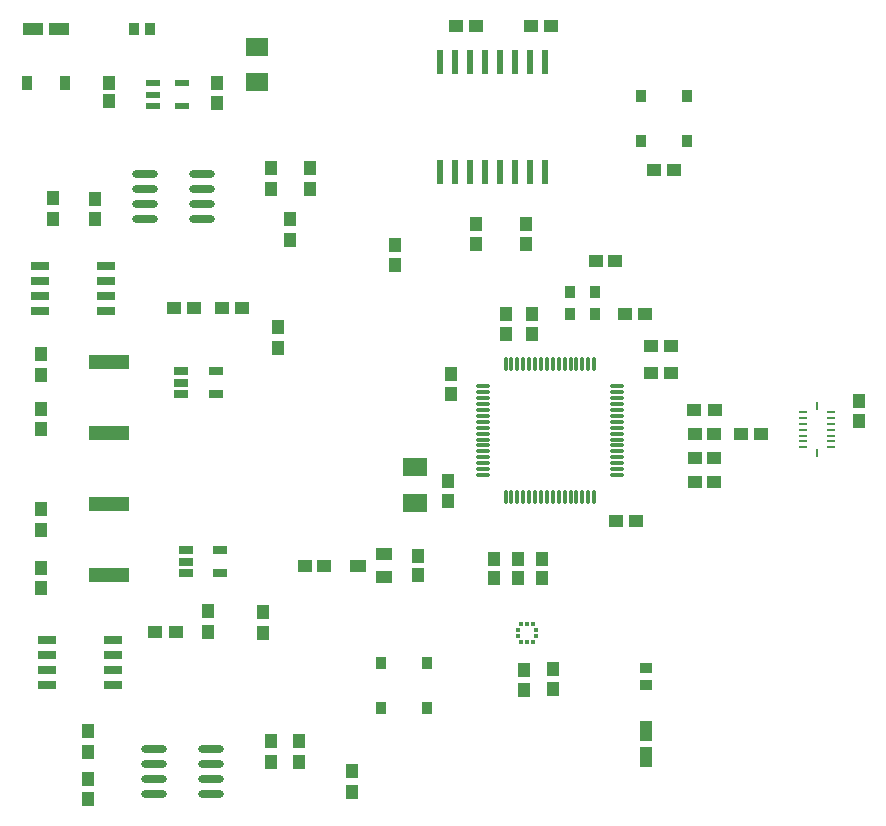
<source format=gtp>
G04*
G04 #@! TF.GenerationSoftware,Altium Limited,Altium Designer,19.0.14 (431)*
G04*
G04 Layer_Color=8421504*
%FSLAX25Y25*%
%MOIN*%
G70*
G01*
G75*
%ADD19R,0.04724X0.04134*%
%ADD20R,0.03543X0.03937*%
%ADD21R,0.05512X0.03937*%
%ADD22R,0.03937X0.04528*%
%ADD23R,0.04528X0.03937*%
%ADD24R,0.03543X0.04134*%
%ADD25R,0.06693X0.04134*%
%ADD26R,0.04134X0.04724*%
%ADD27R,0.05906X0.02756*%
%ADD28R,0.13189X0.04921*%
%ADD29O,0.08661X0.02362*%
%ADD30R,0.04724X0.02559*%
%ADD31R,0.07874X0.06102*%
%ADD32R,0.02284X0.08032*%
%ADD33R,0.01181X0.01378*%
%ADD34R,0.01378X0.01181*%
%ADD35R,0.03051X0.00984*%
%ADD36R,0.00984X0.03051*%
%ADD37R,0.04764X0.02323*%
%ADD38O,0.05118X0.01181*%
%ADD39O,0.01181X0.05118*%
%ADD40R,0.04134X0.03543*%
%ADD41R,0.04134X0.06693*%
%ADD42R,0.03602X0.04803*%
%ADD43R,0.07480X0.06102*%
D19*
X285653Y188500D02*
D03*
X292347D02*
D03*
X260846Y284500D02*
D03*
X254153D02*
D03*
X324153Y148500D02*
D03*
X330847D02*
D03*
X300946Y177700D02*
D03*
X294253D02*
D03*
X300946Y168700D02*
D03*
X294253D02*
D03*
X289347Y119500D02*
D03*
X282653D02*
D03*
X301847Y236500D02*
D03*
X295153D02*
D03*
D20*
X275634Y188260D02*
D03*
X267366D02*
D03*
Y195740D02*
D03*
X275634D02*
D03*
X306177Y261079D02*
D03*
Y245921D02*
D03*
X290823D02*
D03*
Y261079D02*
D03*
X219677Y56921D02*
D03*
Y72079D02*
D03*
X204323D02*
D03*
Y56921D02*
D03*
D21*
X196669Y104500D02*
D03*
X205331Y108240D02*
D03*
Y100760D02*
D03*
D22*
X165000Y82055D02*
D03*
Y88945D02*
D03*
X236000Y211752D02*
D03*
Y218248D02*
D03*
X177000Y45945D02*
D03*
Y39055D02*
D03*
X216500Y101252D02*
D03*
Y107748D02*
D03*
X194500Y29055D02*
D03*
Y35945D02*
D03*
X106500Y42555D02*
D03*
Y49445D02*
D03*
X146406Y89315D02*
D03*
Y82425D02*
D03*
X91000Y123445D02*
D03*
Y116555D02*
D03*
X90906Y103815D02*
D03*
Y96925D02*
D03*
X167500Y39055D02*
D03*
Y45945D02*
D03*
Y230055D02*
D03*
Y236945D02*
D03*
X180500Y230055D02*
D03*
Y236945D02*
D03*
X170000Y177055D02*
D03*
Y183945D02*
D03*
X209000Y204752D02*
D03*
Y211248D02*
D03*
X250000Y100252D02*
D03*
Y106748D02*
D03*
X258000Y100252D02*
D03*
Y106748D02*
D03*
X242000Y100252D02*
D03*
Y106748D02*
D03*
X252500Y211752D02*
D03*
Y218248D02*
D03*
X91000Y168055D02*
D03*
Y174945D02*
D03*
X95000Y226945D02*
D03*
Y220055D02*
D03*
X91000Y150000D02*
D03*
Y156890D02*
D03*
X174000Y219945D02*
D03*
Y213055D02*
D03*
D23*
X135850Y82370D02*
D03*
X128961D02*
D03*
X275752Y206000D02*
D03*
X282248D02*
D03*
X308752Y140500D02*
D03*
X315248D02*
D03*
X185248Y104500D02*
D03*
X178752D02*
D03*
X235945Y284500D02*
D03*
X229055D02*
D03*
X308752Y148500D02*
D03*
X315248D02*
D03*
X308752Y132500D02*
D03*
X315248D02*
D03*
X315445Y156500D02*
D03*
X308555D02*
D03*
X141945Y190500D02*
D03*
X135055D02*
D03*
X157945Y190500D02*
D03*
X151055D02*
D03*
D24*
X127256Y283500D02*
D03*
X121744D02*
D03*
D25*
X88071D02*
D03*
X96929D02*
D03*
D26*
X106500Y33347D02*
D03*
Y26654D02*
D03*
X252000Y63153D02*
D03*
Y69846D02*
D03*
X261500Y63307D02*
D03*
Y70000D02*
D03*
X363500Y159346D02*
D03*
Y152654D02*
D03*
X246000Y181653D02*
D03*
Y188347D02*
D03*
X254500Y181653D02*
D03*
Y188347D02*
D03*
X227500Y168347D02*
D03*
Y161653D02*
D03*
X226500Y126154D02*
D03*
Y132846D02*
D03*
X113500Y259298D02*
D03*
Y265347D02*
D03*
X149500Y265346D02*
D03*
Y258654D02*
D03*
X109000Y226847D02*
D03*
Y220153D02*
D03*
D27*
X92980Y79870D02*
D03*
Y74870D02*
D03*
Y69870D02*
D03*
Y64870D02*
D03*
X114831D02*
D03*
Y69870D02*
D03*
Y74870D02*
D03*
Y79870D02*
D03*
X90575Y204500D02*
D03*
Y199500D02*
D03*
Y194500D02*
D03*
Y189500D02*
D03*
X112425D02*
D03*
Y194500D02*
D03*
Y199500D02*
D03*
Y204500D02*
D03*
D28*
X113500Y101378D02*
D03*
Y125000D02*
D03*
X113500Y172311D02*
D03*
Y148689D02*
D03*
D29*
X147449Y28500D02*
D03*
Y33500D02*
D03*
Y38500D02*
D03*
Y43500D02*
D03*
X128551Y28500D02*
D03*
Y33500D02*
D03*
Y38500D02*
D03*
Y43500D02*
D03*
X125551Y235000D02*
D03*
Y230000D02*
D03*
Y225000D02*
D03*
Y220000D02*
D03*
X144449Y235000D02*
D03*
Y230000D02*
D03*
Y225000D02*
D03*
Y220000D02*
D03*
D30*
X139098Y109610D02*
D03*
Y105870D02*
D03*
Y102130D02*
D03*
X150713D02*
D03*
Y109610D02*
D03*
X137693Y169240D02*
D03*
Y165500D02*
D03*
Y161760D02*
D03*
X149307D02*
D03*
Y169240D02*
D03*
D31*
X215500Y125496D02*
D03*
Y137504D02*
D03*
D32*
X259000Y235846D02*
D03*
X254000D02*
D03*
X249000D02*
D03*
X244000D02*
D03*
X239000D02*
D03*
X234000D02*
D03*
X229000D02*
D03*
X224000D02*
D03*
Y272500D02*
D03*
X229000D02*
D03*
X234000D02*
D03*
X239000D02*
D03*
X244000D02*
D03*
X249000D02*
D03*
X254000D02*
D03*
X259000D02*
D03*
D33*
X254969Y78988D02*
D03*
X253000D02*
D03*
X251031D02*
D03*
Y85012D02*
D03*
X253000D02*
D03*
X254969D02*
D03*
D34*
X249988Y81016D02*
D03*
Y82984D02*
D03*
X256012D02*
D03*
Y81016D02*
D03*
D35*
X354321Y143940D02*
D03*
Y145909D02*
D03*
Y147877D02*
D03*
Y149846D02*
D03*
Y151814D02*
D03*
Y153783D02*
D03*
X344754Y143940D02*
D03*
Y145909D02*
D03*
Y147877D02*
D03*
Y149846D02*
D03*
Y151814D02*
D03*
Y153783D02*
D03*
X354321Y155751D02*
D03*
X344754D02*
D03*
D36*
X349538Y142110D02*
D03*
Y157582D02*
D03*
D37*
X137941Y265240D02*
D03*
Y257760D02*
D03*
X128059D02*
D03*
Y261500D02*
D03*
Y265240D02*
D03*
D38*
X282744Y164264D02*
D03*
Y162295D02*
D03*
Y160327D02*
D03*
Y158358D02*
D03*
Y156390D02*
D03*
Y154421D02*
D03*
Y152453D02*
D03*
Y150484D02*
D03*
Y148516D02*
D03*
Y146547D02*
D03*
Y144579D02*
D03*
Y142610D02*
D03*
Y140642D02*
D03*
Y138673D02*
D03*
Y136705D02*
D03*
Y134736D02*
D03*
X238256D02*
D03*
Y136705D02*
D03*
Y138673D02*
D03*
Y140642D02*
D03*
Y142610D02*
D03*
Y144579D02*
D03*
Y146547D02*
D03*
Y148516D02*
D03*
Y150484D02*
D03*
Y152453D02*
D03*
Y154421D02*
D03*
Y156390D02*
D03*
Y158358D02*
D03*
Y160327D02*
D03*
Y162295D02*
D03*
Y164264D02*
D03*
D39*
X275264Y127256D02*
D03*
X273295D02*
D03*
X271327D02*
D03*
X269358D02*
D03*
X267390D02*
D03*
X265421D02*
D03*
X263453D02*
D03*
X261484D02*
D03*
X259516D02*
D03*
X257547D02*
D03*
X255579D02*
D03*
X253610D02*
D03*
X251642D02*
D03*
X249673D02*
D03*
X247705D02*
D03*
X245736D02*
D03*
Y171744D02*
D03*
X247705D02*
D03*
X249673D02*
D03*
X251642D02*
D03*
X253610D02*
D03*
X255579D02*
D03*
X257547D02*
D03*
X259516D02*
D03*
X261484D02*
D03*
X263453D02*
D03*
X265421D02*
D03*
X267390D02*
D03*
X269358D02*
D03*
X271327D02*
D03*
X273295D02*
D03*
X275264D02*
D03*
D40*
X292500Y70256D02*
D03*
Y64744D02*
D03*
D41*
X292500Y49429D02*
D03*
Y40571D02*
D03*
D42*
X86053Y265500D02*
D03*
X98947D02*
D03*
D43*
X163000Y277307D02*
D03*
Y265693D02*
D03*
M02*

</source>
